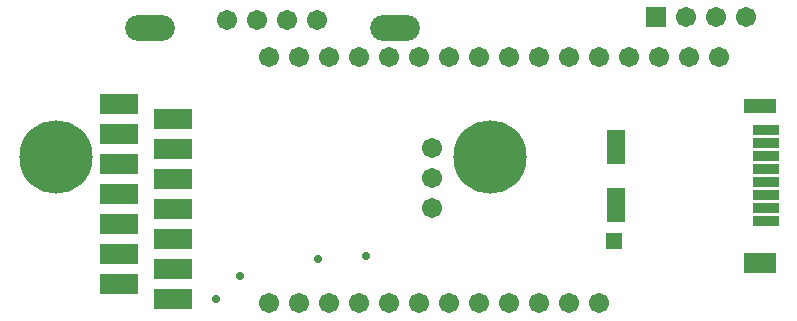
<source format=gbs>
G04*
G04 #@! TF.GenerationSoftware,Altium Limited,Altium Designer,18.1.9 (240)*
G04*
G04 Layer_Color=16711935*
%FSAX25Y25*%
%MOIN*%
G70*
G01*
G75*
%ADD25C,0.06706*%
%ADD26R,0.06706X0.06706*%
%ADD27C,0.06710*%
%ADD28C,0.06706*%
%ADD29O,0.16548X0.08674*%
%ADD30C,0.24422*%
%ADD31C,0.02769*%
%ADD48R,0.06312X0.11430*%
%ADD49R,0.05524X0.05524*%
%ADD50R,0.11036X0.06706*%
%ADD51R,0.11036X0.04737*%
%ADD52R,0.08674X0.03556*%
%ADD53R,0.12611X0.06706*%
D25*
X0621575Y0445472D02*
D03*
X0611575D02*
D03*
X0601575D02*
D03*
D26*
X0591575D02*
D03*
D27*
X0478504Y0444606D02*
D03*
X0468465Y0444567D02*
D03*
X0458465D02*
D03*
X0516850Y0391850D02*
D03*
Y0381850D02*
D03*
D28*
X0448465Y0444606D02*
D03*
X0462598Y0432244D02*
D03*
X0472598D02*
D03*
X0612598D02*
D03*
X0602598D02*
D03*
X0592598D02*
D03*
X0582598D02*
D03*
X0572598D02*
D03*
X0562598D02*
D03*
X0552598Y0432205D02*
D03*
X0482598Y0432244D02*
D03*
X0492598D02*
D03*
X0502598D02*
D03*
X0512598D02*
D03*
X0542598D02*
D03*
X0532598D02*
D03*
X0522598D02*
D03*
X0572598Y0350118D02*
D03*
X0562598D02*
D03*
X0552598D02*
D03*
X0542598D02*
D03*
X0532598D02*
D03*
X0522598D02*
D03*
X0512598D02*
D03*
X0502598D02*
D03*
X0492598D02*
D03*
X0482598D02*
D03*
X0472598D02*
D03*
X0462598D02*
D03*
X0516811Y0401850D02*
D03*
D29*
X0422835Y0441968D02*
D03*
X0504528D02*
D03*
D30*
X0391339Y0398898D02*
D03*
X0536221Y0398819D02*
D03*
D31*
X0444961Y0351496D02*
D03*
X0452835Y0359252D02*
D03*
X0478819Y0364764D02*
D03*
X0494685Y0366024D02*
D03*
D48*
X0578004Y0402232D02*
D03*
Y0382941D02*
D03*
D49*
X0577610Y0370933D02*
D03*
D50*
X0626035Y0363453D02*
D03*
D51*
Y0416012D02*
D03*
D52*
X0628004Y0407744D02*
D03*
Y0403413D02*
D03*
Y0399083D02*
D03*
Y0394752D02*
D03*
Y0390421D02*
D03*
Y0386091D02*
D03*
Y0381760D02*
D03*
Y0377429D02*
D03*
D53*
X0430315Y0411496D02*
D03*
Y0401496D02*
D03*
Y0391496D02*
D03*
Y0381496D02*
D03*
Y0371496D02*
D03*
Y0361496D02*
D03*
Y0351496D02*
D03*
X0412598Y0416496D02*
D03*
Y0406496D02*
D03*
Y0396496D02*
D03*
Y0386496D02*
D03*
Y0376496D02*
D03*
Y0366496D02*
D03*
Y0356496D02*
D03*
M02*

</source>
